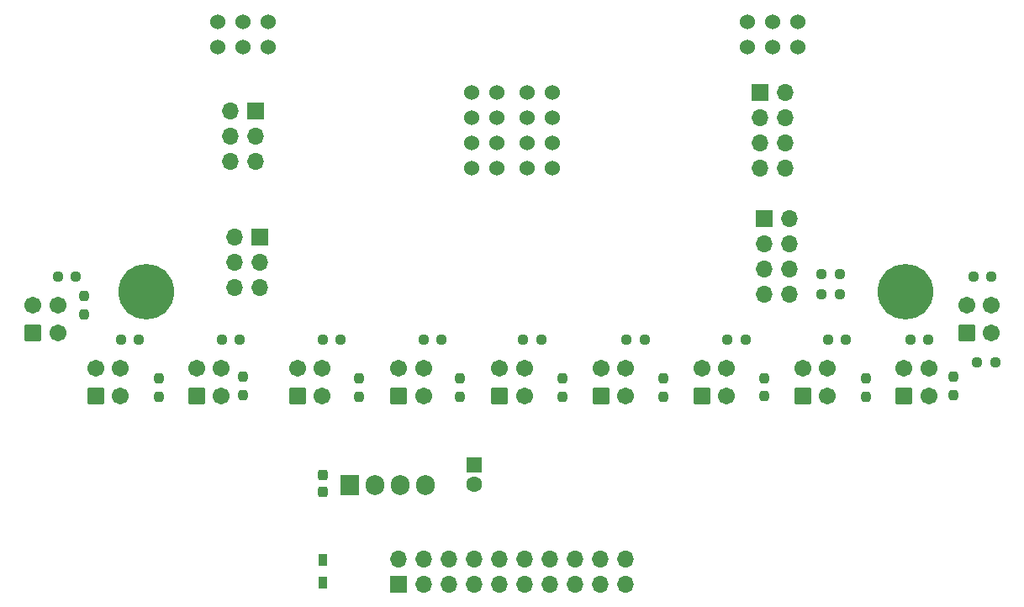
<source format=gbr>
%TF.GenerationSoftware,KiCad,Pcbnew,8.0.5*%
%TF.CreationDate,2024-09-27T22:13:58+09:00*%
%TF.ProjectId,_____,e9a4f3fa-7f2e-46b6-9963-61645f706362,rev?*%
%TF.SameCoordinates,Original*%
%TF.FileFunction,Soldermask,Top*%
%TF.FilePolarity,Negative*%
%FSLAX46Y46*%
G04 Gerber Fmt 4.6, Leading zero omitted, Abs format (unit mm)*
G04 Created by KiCad (PCBNEW 8.0.5) date 2024-09-27 22:13:58*
%MOMM*%
%LPD*%
G01*
G04 APERTURE LIST*
G04 Aperture macros list*
%AMRoundRect*
0 Rectangle with rounded corners*
0 $1 Rounding radius*
0 $2 $3 $4 $5 $6 $7 $8 $9 X,Y pos of 4 corners*
0 Add a 4 corners polygon primitive as box body*
4,1,4,$2,$3,$4,$5,$6,$7,$8,$9,$2,$3,0*
0 Add four circle primitives for the rounded corners*
1,1,$1+$1,$2,$3*
1,1,$1+$1,$4,$5*
1,1,$1+$1,$6,$7*
1,1,$1+$1,$8,$9*
0 Add four rect primitives between the rounded corners*
20,1,$1+$1,$2,$3,$4,$5,0*
20,1,$1+$1,$4,$5,$6,$7,0*
20,1,$1+$1,$6,$7,$8,$9,0*
20,1,$1+$1,$8,$9,$2,$3,0*%
G04 Aperture macros list end*
%ADD10C,5.600000*%
%ADD11RoundRect,0.237500X-0.237500X0.250000X-0.237500X-0.250000X0.237500X-0.250000X0.237500X0.250000X0*%
%ADD12RoundRect,0.237500X-0.250000X-0.237500X0.250000X-0.237500X0.250000X0.237500X-0.250000X0.237500X0*%
%ADD13RoundRect,0.237500X0.237500X-0.300000X0.237500X0.300000X-0.237500X0.300000X-0.237500X-0.300000X0*%
%ADD14R,1.700000X1.700000*%
%ADD15O,1.700000X1.700000*%
%ADD16C,1.524000*%
%ADD17R,1.600000X1.600000*%
%ADD18C,1.600000*%
%ADD19RoundRect,0.237500X0.250000X0.237500X-0.250000X0.237500X-0.250000X-0.237500X0.250000X-0.237500X0*%
%ADD20R,0.950000X1.200000*%
%ADD21R,1.905000X2.000000*%
%ADD22O,1.905000X2.000000*%
%ADD23RoundRect,0.102000X0.750000X-0.750000X0.750000X0.750000X-0.750000X0.750000X-0.750000X-0.750000X0*%
%ADD24C,1.704000*%
G04 APERTURE END LIST*
D10*
%TO.C,REF\u002A\u002A*%
X128614886Y-79626000D03*
%TD*%
%TO.C,REF\u002A\u002A*%
X52160886Y-79626000D03*
%TD*%
D11*
%TO.C,R5*%
X133440886Y-88238500D03*
X133440886Y-90063500D03*
%TD*%
D12*
%TO.C,R14*%
X90110386Y-84452000D03*
X91935386Y-84452000D03*
%TD*%
%TO.C,R16*%
X80077386Y-84452000D03*
X81902386Y-84452000D03*
%TD*%
%TO.C,R4*%
X135830386Y-86738000D03*
X137655386Y-86738000D03*
%TD*%
D11*
%TO.C,R17*%
X73623886Y-88365500D03*
X73623886Y-90190500D03*
%TD*%
D13*
%TO.C,C2*%
X69940886Y-99792500D03*
X69940886Y-98067500D03*
%TD*%
D14*
%TO.C,J3*%
X114390886Y-72260000D03*
D15*
X114390886Y-74800000D03*
X114390886Y-77340000D03*
X114390886Y-79880000D03*
X116930886Y-79880000D03*
X116930886Y-77340000D03*
X116930886Y-74800000D03*
X116930886Y-72260000D03*
%TD*%
D11*
%TO.C,R11*%
X104230886Y-88365500D03*
X104230886Y-90190500D03*
%TD*%
%TO.C,R19*%
X61939886Y-88215000D03*
X61939886Y-90040000D03*
%TD*%
%TO.C,R23*%
X45937886Y-80110500D03*
X45937886Y-81935500D03*
%TD*%
D16*
%TO.C,ToF2*%
X64479886Y-52448000D03*
X64479886Y-54988000D03*
X61939886Y-52448000D03*
X61939886Y-54988000D03*
X59399886Y-52448000D03*
X59399886Y-54988000D03*
%TD*%
D11*
%TO.C,R21*%
X53430886Y-88365500D03*
X53430886Y-90190500D03*
%TD*%
D12*
%TO.C,R12*%
X100524386Y-84452000D03*
X102349386Y-84452000D03*
%TD*%
D17*
%TO.C,C1*%
X85180886Y-97057000D03*
D18*
X85180886Y-99057000D03*
%TD*%
D12*
%TO.C,R10*%
X110684386Y-84452000D03*
X112509386Y-84452000D03*
%TD*%
D11*
%TO.C,R15*%
X83783886Y-88365500D03*
X83783886Y-90190500D03*
%TD*%
D12*
%TO.C,R2*%
X120185886Y-79880000D03*
X122010886Y-79880000D03*
%TD*%
%TO.C,R24*%
X43247386Y-78102000D03*
X45072386Y-78102000D03*
%TD*%
D11*
%TO.C,R13*%
X94070886Y-88365500D03*
X94070886Y-90190500D03*
%TD*%
D12*
%TO.C,R8*%
X120820886Y-84452000D03*
X122645886Y-84452000D03*
%TD*%
D14*
%TO.C,J2*%
X63590886Y-74165000D03*
D15*
X61050886Y-74165000D03*
X63590886Y-76705000D03*
X61050886Y-76705000D03*
X63590886Y-79245000D03*
X61050886Y-79245000D03*
%TD*%
D16*
%TO.C,ToF1*%
X117819886Y-52448000D03*
X117819886Y-54988000D03*
X115279886Y-52448000D03*
X115279886Y-54988000D03*
X112739886Y-52448000D03*
X112739886Y-54988000D03*
%TD*%
D19*
%TO.C,R6*%
X130924386Y-84452000D03*
X129099386Y-84452000D03*
%TD*%
D12*
%TO.C,R22*%
X49597386Y-84452000D03*
X51422386Y-84452000D03*
%TD*%
D14*
%TO.C,J1*%
X77560886Y-109090000D03*
D15*
X80100886Y-109090000D03*
X82640886Y-109090000D03*
X85180886Y-109090000D03*
X87720886Y-109090000D03*
X90260886Y-109090000D03*
X92800886Y-109090000D03*
X95340886Y-109090000D03*
X97880886Y-109090000D03*
X100420886Y-109090000D03*
X77560886Y-106550000D03*
X80100886Y-106550000D03*
X82640886Y-106550000D03*
X85180886Y-106550000D03*
X87720886Y-106550000D03*
X90260886Y-106550000D03*
X92800886Y-106550000D03*
X95340886Y-106550000D03*
X97880886Y-106550000D03*
X100420886Y-106550000D03*
%TD*%
D14*
%TO.C,J4*%
X114009886Y-59560000D03*
D15*
X114009886Y-62100000D03*
X114009886Y-64640000D03*
X114009886Y-67180000D03*
X116549886Y-67180000D03*
X116549886Y-64640000D03*
X116549886Y-62100000D03*
X116549886Y-59560000D03*
%TD*%
D20*
%TO.C,FB1*%
X69940886Y-108970000D03*
X69940886Y-106670000D03*
%TD*%
D11*
%TO.C,R9*%
X114390886Y-88342000D03*
X114390886Y-90167000D03*
%TD*%
D12*
%TO.C,R1*%
X120185886Y-77848000D03*
X122010886Y-77848000D03*
%TD*%
%TO.C,R20*%
X59757386Y-84452000D03*
X61582386Y-84452000D03*
%TD*%
D14*
%TO.C,J5*%
X63209886Y-61465000D03*
D15*
X60669886Y-61465000D03*
X63209886Y-64005000D03*
X60669886Y-64005000D03*
X63209886Y-66545000D03*
X60669886Y-66545000D03*
%TD*%
D12*
%TO.C,R18*%
X69917386Y-84452000D03*
X71742386Y-84452000D03*
%TD*%
D21*
%TO.C,LDO1*%
X72681886Y-99110000D03*
D22*
X75221886Y-99110000D03*
X77761886Y-99110000D03*
X80301886Y-99110000D03*
%TD*%
D19*
%TO.C,R3*%
X137274386Y-78102000D03*
X135449386Y-78102000D03*
%TD*%
D11*
%TO.C,R7*%
X124677886Y-88365500D03*
X124677886Y-90190500D03*
%TD*%
D23*
%TO.C,A9*%
X57220886Y-90170000D03*
D24*
X59720886Y-90170000D03*
X59720886Y-87370000D03*
X57220886Y-87370000D03*
%TD*%
D16*
%TO.C,color2*%
X87466886Y-67180000D03*
X87466886Y-64640000D03*
X87466886Y-62100000D03*
X87466886Y-59560000D03*
X84926886Y-67180000D03*
X84926886Y-64640000D03*
X84926886Y-62100000D03*
X84926886Y-59560000D03*
%TD*%
D23*
%TO.C,A6*%
X87740886Y-90170000D03*
D24*
X90240886Y-90170000D03*
X90240886Y-87370000D03*
X87740886Y-87370000D03*
%TD*%
D23*
%TO.C,A10*%
X47060886Y-90170000D03*
D24*
X49560886Y-90170000D03*
X49560886Y-87370000D03*
X47060886Y-87370000D03*
%TD*%
D23*
%TO.C,A5*%
X97940886Y-90170000D03*
D24*
X100440886Y-90170000D03*
X100440886Y-87370000D03*
X97940886Y-87370000D03*
%TD*%
D23*
%TO.C,A8*%
X67380886Y-90170000D03*
D24*
X69880886Y-90170000D03*
X69880886Y-87370000D03*
X67380886Y-87370000D03*
%TD*%
D23*
%TO.C,A1*%
X134770886Y-83820000D03*
D24*
X137270886Y-83820000D03*
X137270886Y-81020000D03*
X134770886Y-81020000D03*
%TD*%
D23*
%TO.C,A7*%
X77580886Y-90170000D03*
D24*
X80080886Y-90170000D03*
X80080886Y-87370000D03*
X77580886Y-87370000D03*
%TD*%
D16*
%TO.C,color1*%
X90514886Y-59560000D03*
X90514886Y-62100000D03*
X90514886Y-64640000D03*
X90514886Y-67180000D03*
X93054886Y-59560000D03*
X93054886Y-62100000D03*
X93054886Y-64640000D03*
X93054886Y-67180000D03*
%TD*%
D23*
%TO.C,A11*%
X40750886Y-83820000D03*
D24*
X43250886Y-83820000D03*
X43250886Y-81020000D03*
X40750886Y-81020000D03*
%TD*%
D23*
%TO.C,A2*%
X128460886Y-90170000D03*
D24*
X130960886Y-90170000D03*
X130960886Y-87370000D03*
X128460886Y-87370000D03*
%TD*%
D23*
%TO.C,A3*%
X118260886Y-90170000D03*
D24*
X120760886Y-90170000D03*
X120760886Y-87370000D03*
X118260886Y-87370000D03*
%TD*%
D23*
%TO.C,A4*%
X108100886Y-90170000D03*
D24*
X110600886Y-90170000D03*
X110600886Y-87370000D03*
X108100886Y-87370000D03*
%TD*%
M02*

</source>
